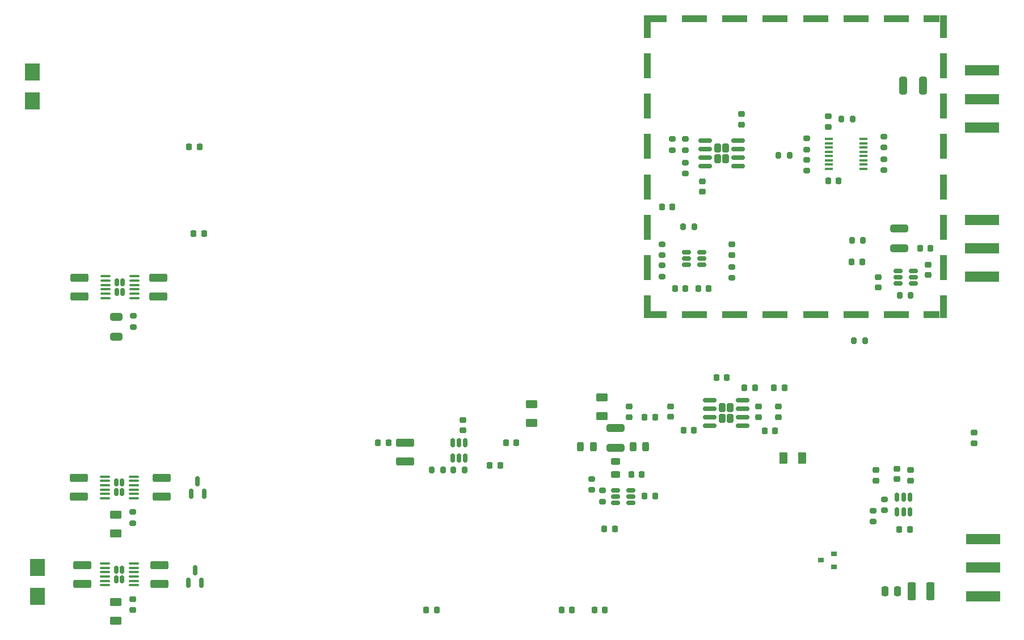
<source format=gbr>
G04 #@! TF.GenerationSoftware,KiCad,Pcbnew,(6.0.7)*
G04 #@! TF.CreationDate,2023-06-15T16:10:10+02:00*
G04 #@! TF.ProjectId,MTS_module,4d54535f-6d6f-4647-956c-652e6b696361,1.3.4*
G04 #@! TF.SameCoordinates,Original*
G04 #@! TF.FileFunction,Paste,Top*
G04 #@! TF.FilePolarity,Positive*
%FSLAX46Y46*%
G04 Gerber Fmt 4.6, Leading zero omitted, Abs format (unit mm)*
G04 Created by KiCad (PCBNEW (6.0.7)) date 2023-06-15 16:10:10*
%MOMM*%
%LPD*%
G01*
G04 APERTURE LIST*
G04 Aperture macros list*
%AMRoundRect*
0 Rectangle with rounded corners*
0 $1 Rounding radius*
0 $2 $3 $4 $5 $6 $7 $8 $9 X,Y pos of 4 corners*
0 Add a 4 corners polygon primitive as box body*
4,1,4,$2,$3,$4,$5,$6,$7,$8,$9,$2,$3,0*
0 Add four circle primitives for the rounded corners*
1,1,$1+$1,$2,$3*
1,1,$1+$1,$4,$5*
1,1,$1+$1,$6,$7*
1,1,$1+$1,$8,$9*
0 Add four rect primitives between the rounded corners*
20,1,$1+$1,$2,$3,$4,$5,0*
20,1,$1+$1,$4,$5,$6,$7,0*
20,1,$1+$1,$6,$7,$8,$9,0*
20,1,$1+$1,$8,$9,$2,$3,0*%
G04 Aperture macros list end*
%ADD10RoundRect,0.250000X-1.075000X0.375000X-1.075000X-0.375000X1.075000X-0.375000X1.075000X0.375000X0*%
%ADD11RoundRect,0.250000X-0.625000X0.375000X-0.625000X-0.375000X0.625000X-0.375000X0.625000X0.375000X0*%
%ADD12RoundRect,0.218750X0.218750X0.256250X-0.218750X0.256250X-0.218750X-0.256250X0.218750X-0.256250X0*%
%ADD13RoundRect,0.225000X0.250000X-0.225000X0.250000X0.225000X-0.250000X0.225000X-0.250000X-0.225000X0*%
%ADD14RoundRect,0.250000X0.625000X-0.375000X0.625000X0.375000X-0.625000X0.375000X-0.625000X-0.375000X0*%
%ADD15RoundRect,0.243750X0.243750X0.456250X-0.243750X0.456250X-0.243750X-0.456250X0.243750X-0.456250X0*%
%ADD16RoundRect,0.218750X-0.218750X-0.256250X0.218750X-0.256250X0.218750X0.256250X-0.218750X0.256250X0*%
%ADD17RoundRect,0.243750X0.456250X-0.243750X0.456250X0.243750X-0.456250X0.243750X-0.456250X-0.243750X0*%
%ADD18RoundRect,0.218750X-0.256250X0.218750X-0.256250X-0.218750X0.256250X-0.218750X0.256250X0.218750X0*%
%ADD19R,0.900000X0.800000*%
%ADD20RoundRect,0.200000X-0.275000X0.200000X-0.275000X-0.200000X0.275000X-0.200000X0.275000X0.200000X0*%
%ADD21RoundRect,0.218750X0.256250X-0.218750X0.256250X0.218750X-0.256250X0.218750X-0.256250X-0.218750X0*%
%ADD22RoundRect,0.250000X1.075000X-0.312500X1.075000X0.312500X-1.075000X0.312500X-1.075000X-0.312500X0*%
%ADD23RoundRect,0.250000X0.375000X1.075000X-0.375000X1.075000X-0.375000X-1.075000X0.375000X-1.075000X0*%
%ADD24RoundRect,0.167500X-0.167500X-0.407500X0.167500X-0.407500X0.167500X0.407500X-0.167500X0.407500X0*%
%ADD25RoundRect,0.100000X-0.625000X-0.100000X0.625000X-0.100000X0.625000X0.100000X-0.625000X0.100000X0*%
%ADD26RoundRect,0.250000X-0.375000X-0.625000X0.375000X-0.625000X0.375000X0.625000X-0.375000X0.625000X0*%
%ADD27RoundRect,0.225000X-0.225000X-0.250000X0.225000X-0.250000X0.225000X0.250000X-0.225000X0.250000X0*%
%ADD28RoundRect,0.225000X-0.250000X0.225000X-0.250000X-0.225000X0.250000X-0.225000X0.250000X0.225000X0*%
%ADD29R,2.300000X2.500000*%
%ADD30R,5.080000X1.500000*%
%ADD31R,1.000000X3.800000*%
%ADD32R,3.800000X1.000000*%
%ADD33R,1.000000X1.000000*%
%ADD34R,2.440000X1.000000*%
%ADD35R,1.000000X2.440000*%
%ADD36RoundRect,0.200000X0.200000X0.275000X-0.200000X0.275000X-0.200000X-0.275000X0.200000X-0.275000X0*%
%ADD37RoundRect,0.250000X-1.075000X0.312500X-1.075000X-0.312500X1.075000X-0.312500X1.075000X0.312500X0*%
%ADD38RoundRect,0.200000X0.275000X-0.200000X0.275000X0.200000X-0.275000X0.200000X-0.275000X-0.200000X0*%
%ADD39RoundRect,0.200000X-0.200000X-0.275000X0.200000X-0.275000X0.200000X0.275000X-0.200000X0.275000X0*%
%ADD40RoundRect,0.250000X0.312500X1.075000X-0.312500X1.075000X-0.312500X-1.075000X0.312500X-1.075000X0*%
%ADD41RoundRect,0.242500X-0.242500X-0.422500X0.242500X-0.422500X0.242500X0.422500X-0.242500X0.422500X0*%
%ADD42RoundRect,0.150000X-0.825000X-0.150000X0.825000X-0.150000X0.825000X0.150000X-0.825000X0.150000X0*%
%ADD43RoundRect,0.150000X-0.512500X-0.150000X0.512500X-0.150000X0.512500X0.150000X-0.512500X0.150000X0*%
%ADD44R,1.200000X0.400000*%
%ADD45RoundRect,0.250000X-0.650000X0.325000X-0.650000X-0.325000X0.650000X-0.325000X0.650000X0.325000X0*%
%ADD46RoundRect,0.225000X0.225000X0.250000X-0.225000X0.250000X-0.225000X-0.250000X0.225000X-0.250000X0*%
%ADD47RoundRect,0.150000X-0.150000X0.512500X-0.150000X-0.512500X0.150000X-0.512500X0.150000X0.512500X0*%
%ADD48RoundRect,0.150000X0.512500X0.150000X-0.512500X0.150000X-0.512500X-0.150000X0.512500X-0.150000X0*%
%ADD49RoundRect,0.150000X0.150000X-0.587500X0.150000X0.587500X-0.150000X0.587500X-0.150000X-0.587500X0*%
%ADD50RoundRect,0.250000X0.250000X0.475000X-0.250000X0.475000X-0.250000X-0.475000X0.250000X-0.475000X0*%
G04 APERTURE END LIST*
D10*
X72500000Y-120400000D03*
X72500000Y-123200000D03*
X73000000Y-133400000D03*
X73000000Y-136200000D03*
D11*
X78000000Y-125900000D03*
X78000000Y-128700000D03*
X78000000Y-138900000D03*
X78000000Y-141700000D03*
D12*
X135387500Y-118500000D03*
X133812500Y-118500000D03*
D10*
X84300000Y-90500000D03*
X84300000Y-93300000D03*
X84800000Y-120400000D03*
X84800000Y-123200000D03*
X84500000Y-133400000D03*
X84500000Y-136200000D03*
D12*
X118687500Y-115100000D03*
X117112500Y-115100000D03*
X137787500Y-115100000D03*
X136212500Y-115100000D03*
D11*
X140000000Y-109400000D03*
X140000000Y-112200000D03*
D13*
X194600000Y-120575000D03*
X194600000Y-119025000D03*
D14*
X150500000Y-111200000D03*
X150500000Y-108400000D03*
D15*
X149237500Y-115700000D03*
X147362500Y-115700000D03*
D13*
X160800000Y-111275000D03*
X160800000Y-109725000D03*
D15*
X157037500Y-115700000D03*
X155162500Y-115700000D03*
D16*
X162712500Y-113300000D03*
X164287500Y-113300000D03*
D12*
X173387500Y-106900000D03*
X171812500Y-106900000D03*
D17*
X152600000Y-119837500D03*
X152600000Y-117962500D03*
D18*
X191400000Y-119212500D03*
X191400000Y-120787500D03*
D16*
X194925000Y-128100000D03*
X196500000Y-128100000D03*
X150912500Y-128000000D03*
X152487500Y-128000000D03*
X149412500Y-140100000D03*
X150987500Y-140100000D03*
X144512500Y-140100000D03*
X146087500Y-140100000D03*
X124312500Y-140100000D03*
X125887500Y-140100000D03*
X88925000Y-70900000D03*
X90500000Y-70900000D03*
X89612500Y-83900000D03*
X91187500Y-83900000D03*
D19*
X185200000Y-133650000D03*
X185200000Y-131750000D03*
X183200000Y-132700000D03*
D20*
X80500000Y-125475000D03*
X80500000Y-127125000D03*
D18*
X80500000Y-138512500D03*
X80500000Y-140087500D03*
D10*
X121200000Y-115100000D03*
X121200000Y-117900000D03*
D18*
X206100000Y-113612500D03*
X206100000Y-115187500D03*
D21*
X196600000Y-120787500D03*
X196600000Y-119212500D03*
X154600000Y-111287500D03*
X154600000Y-109712500D03*
D12*
X158487500Y-111300000D03*
X156912500Y-111300000D03*
X176387500Y-113400000D03*
X174812500Y-113400000D03*
D22*
X152600000Y-115862500D03*
X152600000Y-112937500D03*
D16*
X167612500Y-105400000D03*
X169187500Y-105400000D03*
D18*
X176900000Y-109712500D03*
X176900000Y-111287500D03*
X173900000Y-109712500D03*
X173900000Y-111287500D03*
D16*
X154912500Y-119900000D03*
X156487500Y-119900000D03*
D23*
X199550000Y-137300000D03*
X196750000Y-137300000D03*
D12*
X177787500Y-106900000D03*
X176212500Y-106900000D03*
D24*
X78090000Y-121090000D03*
X78090000Y-122510000D03*
X78910000Y-122510000D03*
X78910000Y-121090000D03*
D25*
X76350000Y-120175000D03*
X76350000Y-120825000D03*
X76350000Y-121475000D03*
X76350000Y-122125000D03*
X76350000Y-122775000D03*
X76350000Y-123425000D03*
X80650000Y-123425000D03*
X80650000Y-122775000D03*
X80650000Y-122125000D03*
X80650000Y-121475000D03*
X80650000Y-120825000D03*
X80650000Y-120175000D03*
D24*
X78910000Y-134090000D03*
X78090000Y-134090000D03*
X78910000Y-135510000D03*
X78090000Y-135510000D03*
D25*
X76350000Y-133175000D03*
X76350000Y-133825000D03*
X76350000Y-134475000D03*
X76350000Y-135125000D03*
X76350000Y-135775000D03*
X76350000Y-136425000D03*
X80650000Y-136425000D03*
X80650000Y-135775000D03*
X80650000Y-135125000D03*
X80650000Y-134475000D03*
X80650000Y-133825000D03*
X80650000Y-133175000D03*
D12*
X158487500Y-123100000D03*
X156912500Y-123100000D03*
D26*
X177600000Y-117400000D03*
X180400000Y-117400000D03*
D10*
X72600000Y-90500000D03*
X72600000Y-93300000D03*
D27*
X198025000Y-86100000D03*
X199575000Y-86100000D03*
D28*
X191800000Y-90425000D03*
X191800000Y-91975000D03*
X199200000Y-88525000D03*
X199200000Y-90075000D03*
X184300000Y-66400000D03*
X184300000Y-67950000D03*
D27*
X159525000Y-79900000D03*
X161075000Y-79900000D03*
X184325000Y-76000000D03*
X185875000Y-76000000D03*
D28*
X165500000Y-76100000D03*
X165500000Y-77650000D03*
D13*
X171400000Y-67600000D03*
X171400000Y-66050000D03*
D29*
X65500000Y-59750000D03*
X65500000Y-64050000D03*
X66300000Y-138050000D03*
X66300000Y-133750000D03*
D30*
X207300000Y-86100000D03*
X207300000Y-81850000D03*
X207300000Y-90350000D03*
D31*
X201490000Y-58850000D03*
D32*
X188450000Y-51810000D03*
D31*
X201490000Y-76950000D03*
X157310000Y-70850000D03*
D32*
X182450000Y-95990000D03*
X194450000Y-51810000D03*
X182450000Y-51810000D03*
D33*
X157310000Y-51810000D03*
D32*
X194450000Y-95990000D03*
D33*
X157310000Y-95990000D03*
D31*
X157310000Y-76950000D03*
D34*
X199770000Y-51810000D03*
D32*
X176350000Y-51810000D03*
D35*
X201490000Y-53530000D03*
D31*
X157310000Y-82950000D03*
X201490000Y-88950000D03*
D33*
X201490000Y-95990000D03*
D35*
X201490000Y-94270000D03*
D31*
X157310000Y-58850000D03*
D33*
X201490000Y-51810000D03*
D32*
X164350000Y-95990000D03*
D31*
X157310000Y-64850000D03*
D35*
X157310000Y-53530000D03*
D32*
X188450000Y-95990000D03*
D31*
X201490000Y-82950000D03*
D32*
X170350000Y-95990000D03*
D34*
X159030000Y-95990000D03*
D31*
X201490000Y-64850000D03*
X201490000Y-70850000D03*
D32*
X164350000Y-51810000D03*
X170350000Y-51810000D03*
D34*
X199770000Y-95990000D03*
X159030000Y-51810000D03*
D31*
X157310000Y-88950000D03*
D32*
X176350000Y-95990000D03*
D35*
X157310000Y-94270000D03*
D36*
X130025000Y-119200000D03*
X128375000Y-119200000D03*
D20*
X161000000Y-69775000D03*
X161000000Y-71425000D03*
D37*
X194900000Y-83137500D03*
X194900000Y-86062500D03*
D38*
X163000000Y-71425000D03*
X163000000Y-69775000D03*
D39*
X188175000Y-99900000D03*
X189825000Y-99900000D03*
X194975000Y-93100000D03*
X196625000Y-93100000D03*
D38*
X163000000Y-74925000D03*
X163000000Y-73275000D03*
D40*
X198462500Y-61800000D03*
X195537500Y-61800000D03*
D36*
X178525000Y-72200000D03*
X176875000Y-72200000D03*
D39*
X186275000Y-66800000D03*
X187925000Y-66800000D03*
D20*
X181100000Y-72875000D03*
X181100000Y-74525000D03*
X192600000Y-72775000D03*
X192600000Y-74425000D03*
X181100000Y-69700000D03*
X181100000Y-71350000D03*
D38*
X192600000Y-71050000D03*
X192600000Y-69400000D03*
D41*
X169000000Y-72725000D03*
X169000000Y-71075000D03*
X167800000Y-72725000D03*
X167800000Y-71075000D03*
D42*
X165925000Y-69995000D03*
X165925000Y-71265000D03*
X165925000Y-72535000D03*
X165925000Y-73805000D03*
X170875000Y-73805000D03*
X170875000Y-72535000D03*
X170875000Y-71265000D03*
X170875000Y-69995000D03*
D43*
X194762500Y-89450000D03*
X194762500Y-90400000D03*
X194762500Y-91350000D03*
X197037500Y-91350000D03*
X197037500Y-90400000D03*
X197037500Y-89450000D03*
D44*
X184400000Y-69777500D03*
X184400000Y-70412500D03*
X184400000Y-71047500D03*
X184400000Y-71682500D03*
X184400000Y-72317500D03*
X184400000Y-72952500D03*
X184400000Y-73587500D03*
X184400000Y-74222500D03*
X189600000Y-74222500D03*
X189600000Y-73587500D03*
X189600000Y-72952500D03*
X189600000Y-72317500D03*
X189600000Y-71682500D03*
X189600000Y-71047500D03*
X189600000Y-70412500D03*
X189600000Y-69777500D03*
D30*
X207300000Y-63800000D03*
X207300000Y-59550000D03*
X207300000Y-68050000D03*
X207400000Y-133800000D03*
X207400000Y-129550000D03*
X207400000Y-138050000D03*
D28*
X129800000Y-111725000D03*
X129800000Y-113275000D03*
D45*
X78100000Y-96325000D03*
X78100000Y-99275000D03*
D46*
X162975000Y-92100000D03*
X161425000Y-92100000D03*
D27*
X164925000Y-92100000D03*
X166475000Y-92100000D03*
D20*
X80600000Y-96175000D03*
X80600000Y-97825000D03*
D36*
X126825000Y-119200000D03*
X125175000Y-119200000D03*
D20*
X191000000Y-125275000D03*
X191000000Y-126925000D03*
X192700000Y-123575000D03*
X192700000Y-125225000D03*
D38*
X159500000Y-90325000D03*
X159500000Y-88675000D03*
D20*
X159500000Y-85475000D03*
X159500000Y-87125000D03*
D24*
X78190000Y-92610000D03*
X79010000Y-91190000D03*
X78190000Y-91190000D03*
X79010000Y-92610000D03*
D25*
X76450000Y-90275000D03*
X76450000Y-90925000D03*
X76450000Y-91575000D03*
X76450000Y-92225000D03*
X76450000Y-92875000D03*
X76450000Y-93525000D03*
X80750000Y-93525000D03*
X80750000Y-92875000D03*
X80750000Y-92225000D03*
X80750000Y-91575000D03*
X80750000Y-90925000D03*
X80750000Y-90275000D03*
D47*
X130150000Y-115162500D03*
X129200000Y-115162500D03*
X128250000Y-115162500D03*
X128250000Y-117437500D03*
X129200000Y-117437500D03*
X130150000Y-117437500D03*
X196500000Y-123225000D03*
X195550000Y-123225000D03*
X194600000Y-123225000D03*
X194600000Y-125500000D03*
X195550000Y-125500000D03*
X196500000Y-125500000D03*
D48*
X165437500Y-88550000D03*
X165437500Y-87600000D03*
X165437500Y-86650000D03*
X163162500Y-86650000D03*
X163162500Y-87600000D03*
X163162500Y-88550000D03*
D36*
X164325000Y-82900000D03*
X162675000Y-82900000D03*
D41*
X168500000Y-109875000D03*
X168500000Y-111525000D03*
X169700000Y-111525000D03*
X169700000Y-109875000D03*
D42*
X166625000Y-108795000D03*
X166625000Y-110065000D03*
X166625000Y-111335000D03*
X166625000Y-112605000D03*
X171575000Y-112605000D03*
X171575000Y-111335000D03*
X171575000Y-110065000D03*
X171575000Y-108795000D03*
D49*
X88850000Y-136037500D03*
X90750000Y-136037500D03*
X89800000Y-134162500D03*
D36*
X189525000Y-84900000D03*
X187875000Y-84900000D03*
D50*
X194650000Y-137300000D03*
X192750000Y-137300000D03*
D48*
X154837500Y-124150000D03*
X154837500Y-123200000D03*
X154837500Y-122250000D03*
X152562500Y-122250000D03*
X152562500Y-123200000D03*
X152562500Y-124150000D03*
D38*
X150600000Y-123925000D03*
X150600000Y-122275000D03*
D27*
X187825000Y-88100000D03*
X189375000Y-88100000D03*
D49*
X89250000Y-122737500D03*
X91150000Y-122737500D03*
X90200000Y-120862500D03*
D38*
X149000000Y-122200000D03*
X149000000Y-120550000D03*
D13*
X169900000Y-87075000D03*
X169900000Y-85525000D03*
D38*
X169900000Y-90525000D03*
X169900000Y-88875000D03*
M02*

</source>
